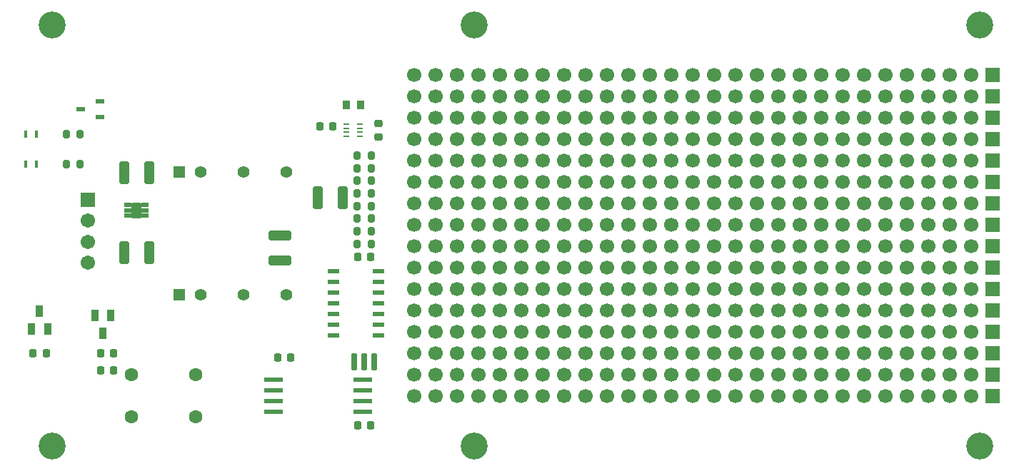
<source format=gts>
%TF.GenerationSoftware,KiCad,Pcbnew,9.0.4*%
%TF.CreationDate,2025-09-18T02:49:40+09:00*%
%TF.ProjectId,CAN_Isolation,43414e5f-4973-46f6-9c61-74696f6e2e6b,Ver.1.0*%
%TF.SameCoordinates,Original*%
%TF.FileFunction,Soldermask,Top*%
%TF.FilePolarity,Negative*%
%FSLAX46Y46*%
G04 Gerber Fmt 4.6, Leading zero omitted, Abs format (unit mm)*
G04 Created by KiCad (PCBNEW 9.0.4) date 2025-09-18 02:49:40*
%MOMM*%
%LPD*%
G01*
G04 APERTURE LIST*
G04 Aperture macros list*
%AMRoundRect*
0 Rectangle with rounded corners*
0 $1 Rounding radius*
0 $2 $3 $4 $5 $6 $7 $8 $9 X,Y pos of 4 corners*
0 Add a 4 corners polygon primitive as box body*
4,1,4,$2,$3,$4,$5,$6,$7,$8,$9,$2,$3,0*
0 Add four circle primitives for the rounded corners*
1,1,$1+$1,$2,$3*
1,1,$1+$1,$4,$5*
1,1,$1+$1,$6,$7*
1,1,$1+$1,$8,$9*
0 Add four rect primitives between the rounded corners*
20,1,$1+$1,$2,$3,$4,$5,0*
20,1,$1+$1,$4,$5,$6,$7,0*
20,1,$1+$1,$6,$7,$8,$9,0*
20,1,$1+$1,$8,$9,$2,$3,0*%
G04 Aperture macros list end*
%ADD10RoundRect,0.225000X-0.225000X-0.250000X0.225000X-0.250000X0.225000X0.250000X-0.225000X0.250000X0*%
%ADD11RoundRect,0.200000X-0.200000X-0.275000X0.200000X-0.275000X0.200000X0.275000X-0.200000X0.275000X0*%
%ADD12C,3.200000*%
%ADD13R,2.253927X0.622132*%
%ADD14R,1.700000X1.700000*%
%ADD15C,1.700000*%
%ADD16RoundRect,0.102000X-0.754000X0.754000X-0.754000X-0.754000X0.754000X-0.754000X0.754000X0.754000X0*%
%ADD17C,1.712000*%
%ADD18RoundRect,0.102000X0.345000X0.160000X-0.345000X0.160000X-0.345000X-0.160000X0.345000X-0.160000X0*%
%ADD19RoundRect,0.102000X0.500000X0.800000X-0.500000X0.800000X-0.500000X-0.800000X0.500000X-0.800000X0*%
%ADD20RoundRect,0.250000X-0.325000X-1.100000X0.325000X-1.100000X0.325000X1.100000X-0.325000X1.100000X0*%
%ADD21C,1.600000*%
%ADD22R,1.016000X0.558800*%
%ADD23R,0.863600X0.990600*%
%ADD24RoundRect,0.100500X0.301500X-0.616500X0.301500X0.616500X-0.301500X0.616500X-0.301500X-0.616500X0*%
%ADD25R,0.393700X0.812800*%
%ADD26RoundRect,0.225000X-0.250000X0.225000X-0.250000X-0.225000X0.250000X-0.225000X0.250000X0.225000X0*%
%ADD27R,1.397000X1.397000*%
%ADD28C,1.397000*%
%ADD29R,1.397000X0.558800*%
%ADD30R,0.711200X0.228600*%
%ADD31RoundRect,0.225000X0.225000X0.250000X-0.225000X0.250000X-0.225000X-0.250000X0.225000X-0.250000X0*%
%ADD32RoundRect,0.250000X0.325000X1.100000X-0.325000X1.100000X-0.325000X-1.100000X0.325000X-1.100000X0*%
%ADD33RoundRect,0.102000X0.200000X0.950000X-0.200000X0.950000X-0.200000X-0.950000X0.200000X-0.950000X0*%
%ADD34RoundRect,0.250000X-1.100000X0.325000X-1.100000X-0.325000X1.100000X-0.325000X1.100000X0.325000X0*%
%ADD35RoundRect,0.100500X-0.301500X0.616500X-0.301500X-0.616500X0.301500X-0.616500X0.301500X0.616500X0*%
G04 APERTURE END LIST*
D10*
%TO.C,C7*%
X129882095Y-100294905D03*
X131432095Y-100294905D03*
%TD*%
D11*
%TO.C,R9*%
X95332095Y-89294905D03*
X96982095Y-89294905D03*
%TD*%
D12*
%TO.C,REF\u002A\u002A*%
X143657095Y-72794905D03*
%TD*%
D13*
%TO.C,U2*%
X130457618Y-118699905D03*
X130457618Y-117429905D03*
X130457618Y-116159905D03*
X130457618Y-114889905D03*
X119856572Y-114889905D03*
X119856572Y-116159905D03*
X119856572Y-117429905D03*
X119856572Y-118699905D03*
%TD*%
D14*
%TO.C,J6*%
X205157095Y-88934905D03*
D15*
X202617095Y-88934905D03*
X200077095Y-88934905D03*
X197537095Y-88934905D03*
X194997095Y-88934905D03*
X192457095Y-88934905D03*
X189917095Y-88934905D03*
X187377095Y-88934905D03*
X184837095Y-88934905D03*
X182297095Y-88934905D03*
X179757095Y-88934905D03*
X177217095Y-88934905D03*
X174677095Y-88934905D03*
X172137095Y-88934905D03*
X169597095Y-88934905D03*
X167057095Y-88934905D03*
X164517095Y-88934905D03*
X161977095Y-88934905D03*
X159437095Y-88934905D03*
X156897095Y-88934905D03*
X154357095Y-88934905D03*
X151817095Y-88934905D03*
X149277095Y-88934905D03*
X146737095Y-88934905D03*
X144197095Y-88934905D03*
X141657095Y-88934905D03*
X139117095Y-88934905D03*
X136577095Y-88934905D03*
%TD*%
D12*
%TO.C,REF\u002A\u002A*%
X93657095Y-122794905D03*
%TD*%
D14*
%TO.C,J3*%
X205157095Y-81314905D03*
D15*
X202617095Y-81314905D03*
X200077095Y-81314905D03*
X197537095Y-81314905D03*
X194997095Y-81314905D03*
X192457095Y-81314905D03*
X189917095Y-81314905D03*
X187377095Y-81314905D03*
X184837095Y-81314905D03*
X182297095Y-81314905D03*
X179757095Y-81314905D03*
X177217095Y-81314905D03*
X174677095Y-81314905D03*
X172137095Y-81314905D03*
X169597095Y-81314905D03*
X167057095Y-81314905D03*
X164517095Y-81314905D03*
X161977095Y-81314905D03*
X159437095Y-81314905D03*
X156897095Y-81314905D03*
X154357095Y-81314905D03*
X151817095Y-81314905D03*
X149277095Y-81314905D03*
X146737095Y-81314905D03*
X144197095Y-81314905D03*
X141657095Y-81314905D03*
X139117095Y-81314905D03*
X136577095Y-81314905D03*
%TD*%
D16*
%TO.C,J1*%
X97857095Y-93544905D03*
D17*
X97857095Y-96044905D03*
X97857095Y-98544905D03*
X97857095Y-101044905D03*
%TD*%
D10*
%TO.C,C10*%
X91382095Y-111794905D03*
X92932095Y-111794905D03*
%TD*%
D14*
%TO.C,J8*%
X205157095Y-94014905D03*
D15*
X202617095Y-94014905D03*
X200077095Y-94014905D03*
X197537095Y-94014905D03*
X194997095Y-94014905D03*
X192457095Y-94014905D03*
X189917095Y-94014905D03*
X187377095Y-94014905D03*
X184837095Y-94014905D03*
X182297095Y-94014905D03*
X179757095Y-94014905D03*
X177217095Y-94014905D03*
X174677095Y-94014905D03*
X172137095Y-94014905D03*
X169597095Y-94014905D03*
X167057095Y-94014905D03*
X164517095Y-94014905D03*
X161977095Y-94014905D03*
X159437095Y-94014905D03*
X156897095Y-94014905D03*
X154357095Y-94014905D03*
X151817095Y-94014905D03*
X149277095Y-94014905D03*
X146737095Y-94014905D03*
X144197095Y-94014905D03*
X141657095Y-94014905D03*
X139117095Y-94014905D03*
X136577095Y-94014905D03*
%TD*%
D12*
%TO.C,REF\u002A\u002A*%
X203657095Y-122794905D03*
%TD*%
D14*
%TO.C,J11*%
X205157095Y-101634905D03*
D15*
X202617095Y-101634905D03*
X200077095Y-101634905D03*
X197537095Y-101634905D03*
X194997095Y-101634905D03*
X192457095Y-101634905D03*
X189917095Y-101634905D03*
X187377095Y-101634905D03*
X184837095Y-101634905D03*
X182297095Y-101634905D03*
X179757095Y-101634905D03*
X177217095Y-101634905D03*
X174677095Y-101634905D03*
X172137095Y-101634905D03*
X169597095Y-101634905D03*
X167057095Y-101634905D03*
X164517095Y-101634905D03*
X161977095Y-101634905D03*
X159437095Y-101634905D03*
X156897095Y-101634905D03*
X154357095Y-101634905D03*
X151817095Y-101634905D03*
X149277095Y-101634905D03*
X146737095Y-101634905D03*
X144197095Y-101634905D03*
X141657095Y-101634905D03*
X139117095Y-101634905D03*
X136577095Y-101634905D03*
%TD*%
D14*
%TO.C,J17*%
X205157095Y-116874905D03*
D15*
X202617095Y-116874905D03*
X200077095Y-116874905D03*
X197537095Y-116874905D03*
X194997095Y-116874905D03*
X192457095Y-116874905D03*
X189917095Y-116874905D03*
X187377095Y-116874905D03*
X184837095Y-116874905D03*
X182297095Y-116874905D03*
X179757095Y-116874905D03*
X177217095Y-116874905D03*
X174677095Y-116874905D03*
X172137095Y-116874905D03*
X169597095Y-116874905D03*
X167057095Y-116874905D03*
X164517095Y-116874905D03*
X161977095Y-116874905D03*
X159437095Y-116874905D03*
X156897095Y-116874905D03*
X154357095Y-116874905D03*
X151817095Y-116874905D03*
X149277095Y-116874905D03*
X146737095Y-116874905D03*
X144197095Y-116874905D03*
X141657095Y-116874905D03*
X139117095Y-116874905D03*
X136577095Y-116874905D03*
%TD*%
D18*
%TO.C,U5*%
X104677095Y-95444905D03*
X104677095Y-94794905D03*
X104677095Y-94144905D03*
X102637095Y-94144905D03*
X102637095Y-94794905D03*
X102637095Y-95444905D03*
D19*
X103657095Y-94794905D03*
%TD*%
D14*
%TO.C,J15*%
X205157095Y-111794905D03*
D15*
X202617095Y-111794905D03*
X200077095Y-111794905D03*
X197537095Y-111794905D03*
X194997095Y-111794905D03*
X192457095Y-111794905D03*
X189917095Y-111794905D03*
X187377095Y-111794905D03*
X184837095Y-111794905D03*
X182297095Y-111794905D03*
X179757095Y-111794905D03*
X177217095Y-111794905D03*
X174677095Y-111794905D03*
X172137095Y-111794905D03*
X169597095Y-111794905D03*
X167057095Y-111794905D03*
X164517095Y-111794905D03*
X161977095Y-111794905D03*
X159437095Y-111794905D03*
X156897095Y-111794905D03*
X154357095Y-111794905D03*
X151817095Y-111794905D03*
X149277095Y-111794905D03*
X146737095Y-111794905D03*
X144197095Y-111794905D03*
X141657095Y-111794905D03*
X139117095Y-111794905D03*
X136577095Y-111794905D03*
%TD*%
D14*
%TO.C,J13*%
X205157095Y-106714905D03*
D15*
X202617095Y-106714905D03*
X200077095Y-106714905D03*
X197537095Y-106714905D03*
X194997095Y-106714905D03*
X192457095Y-106714905D03*
X189917095Y-106714905D03*
X187377095Y-106714905D03*
X184837095Y-106714905D03*
X182297095Y-106714905D03*
X179757095Y-106714905D03*
X177217095Y-106714905D03*
X174677095Y-106714905D03*
X172137095Y-106714905D03*
X169597095Y-106714905D03*
X167057095Y-106714905D03*
X164517095Y-106714905D03*
X161977095Y-106714905D03*
X159437095Y-106714905D03*
X156897095Y-106714905D03*
X154357095Y-106714905D03*
X151817095Y-106714905D03*
X149277095Y-106714905D03*
X146737095Y-106714905D03*
X144197095Y-106714905D03*
X141657095Y-106714905D03*
X139117095Y-106714905D03*
X136577095Y-106714905D03*
%TD*%
D20*
%TO.C,C2*%
X102182095Y-99794905D03*
X105132095Y-99794905D03*
%TD*%
D21*
%TO.C,R12*%
X103037095Y-114294905D03*
X110657095Y-114294905D03*
%TD*%
D10*
%TO.C,C5*%
X129882095Y-120294905D03*
X131432095Y-120294905D03*
%TD*%
D22*
%TO.C,U6*%
X99300095Y-83744906D03*
X99300095Y-81844904D03*
X97014095Y-82794905D03*
%TD*%
D14*
%TO.C,J16*%
X205157095Y-114334905D03*
D15*
X202617095Y-114334905D03*
X200077095Y-114334905D03*
X197537095Y-114334905D03*
X194997095Y-114334905D03*
X192457095Y-114334905D03*
X189917095Y-114334905D03*
X187377095Y-114334905D03*
X184837095Y-114334905D03*
X182297095Y-114334905D03*
X179757095Y-114334905D03*
X177217095Y-114334905D03*
X174677095Y-114334905D03*
X172137095Y-114334905D03*
X169597095Y-114334905D03*
X167057095Y-114334905D03*
X164517095Y-114334905D03*
X161977095Y-114334905D03*
X159437095Y-114334905D03*
X156897095Y-114334905D03*
X154357095Y-114334905D03*
X151817095Y-114334905D03*
X149277095Y-114334905D03*
X146737095Y-114334905D03*
X144197095Y-114334905D03*
X141657095Y-114334905D03*
X139117095Y-114334905D03*
X136577095Y-114334905D03*
%TD*%
D14*
%TO.C,J7*%
X205157095Y-91474905D03*
D15*
X202617095Y-91474905D03*
X200077095Y-91474905D03*
X197537095Y-91474905D03*
X194997095Y-91474905D03*
X192457095Y-91474905D03*
X189917095Y-91474905D03*
X187377095Y-91474905D03*
X184837095Y-91474905D03*
X182297095Y-91474905D03*
X179757095Y-91474905D03*
X177217095Y-91474905D03*
X174677095Y-91474905D03*
X172137095Y-91474905D03*
X169597095Y-91474905D03*
X167057095Y-91474905D03*
X164517095Y-91474905D03*
X161977095Y-91474905D03*
X159437095Y-91474905D03*
X156897095Y-91474905D03*
X154357095Y-91474905D03*
X151817095Y-91474905D03*
X149277095Y-91474905D03*
X146737095Y-91474905D03*
X144197095Y-91474905D03*
X141657095Y-91474905D03*
X139117095Y-91474905D03*
X136577095Y-91474905D03*
%TD*%
D23*
%TO.C,L1*%
X128532394Y-82294905D03*
X130183394Y-82294905D03*
%TD*%
D10*
%TO.C,C11*%
X99382095Y-111794905D03*
X100932095Y-111794905D03*
%TD*%
D24*
%TO.C,D1*%
X91207095Y-108854905D03*
X93107095Y-108854905D03*
X92157095Y-106734905D03*
%TD*%
D25*
%TO.C,LED2*%
X91760345Y-85794905D03*
X90553845Y-85794905D03*
%TD*%
D14*
%TO.C,J10*%
X205157095Y-99094905D03*
D15*
X202617095Y-99094905D03*
X200077095Y-99094905D03*
X197537095Y-99094905D03*
X194997095Y-99094905D03*
X192457095Y-99094905D03*
X189917095Y-99094905D03*
X187377095Y-99094905D03*
X184837095Y-99094905D03*
X182297095Y-99094905D03*
X179757095Y-99094905D03*
X177217095Y-99094905D03*
X174677095Y-99094905D03*
X172137095Y-99094905D03*
X169597095Y-99094905D03*
X167057095Y-99094905D03*
X164517095Y-99094905D03*
X161977095Y-99094905D03*
X159437095Y-99094905D03*
X156897095Y-99094905D03*
X154357095Y-99094905D03*
X151817095Y-99094905D03*
X149277095Y-99094905D03*
X146737095Y-99094905D03*
X144197095Y-99094905D03*
X141657095Y-99094905D03*
X139117095Y-99094905D03*
X136577095Y-99094905D03*
%TD*%
D12*
%TO.C,REF\u002A\u002A*%
X143657095Y-122794905D03*
%TD*%
%TO.C,REF\u002A\u002A*%
X203657095Y-72794905D03*
%TD*%
D26*
%TO.C,C8*%
X132357894Y-84519905D03*
X132357894Y-86069905D03*
%TD*%
D27*
%TO.C,U3*%
X108680095Y-90270905D03*
D28*
X111220095Y-90270905D03*
X116300095Y-90270905D03*
X121380095Y-90270905D03*
%TD*%
D27*
%TO.C,U4*%
X108680095Y-104770905D03*
D28*
X111220095Y-104770905D03*
X116300095Y-104770905D03*
X121380095Y-104770905D03*
%TD*%
D14*
%TO.C,J9*%
X205157095Y-96554905D03*
D15*
X202617095Y-96554905D03*
X200077095Y-96554905D03*
X197537095Y-96554905D03*
X194997095Y-96554905D03*
X192457095Y-96554905D03*
X189917095Y-96554905D03*
X187377095Y-96554905D03*
X184837095Y-96554905D03*
X182297095Y-96554905D03*
X179757095Y-96554905D03*
X177217095Y-96554905D03*
X174677095Y-96554905D03*
X172137095Y-96554905D03*
X169597095Y-96554905D03*
X167057095Y-96554905D03*
X164517095Y-96554905D03*
X161977095Y-96554905D03*
X159437095Y-96554905D03*
X156897095Y-96554905D03*
X154357095Y-96554905D03*
X151817095Y-96554905D03*
X149277095Y-96554905D03*
X146737095Y-96554905D03*
X144197095Y-96554905D03*
X141657095Y-96554905D03*
X139117095Y-96554905D03*
X136577095Y-96554905D03*
%TD*%
D11*
%TO.C,R5*%
X129832095Y-92794905D03*
X131482095Y-92794905D03*
%TD*%
%TO.C,R3*%
X129832095Y-95794905D03*
X131482095Y-95794905D03*
%TD*%
D29*
%TO.C,U1*%
X127002795Y-101984905D03*
X127002795Y-103254905D03*
X127002795Y-104524905D03*
X127002795Y-105794905D03*
X127002795Y-107064905D03*
X127002795Y-108334905D03*
X127002795Y-109604905D03*
X132311395Y-109604905D03*
X132311395Y-108334905D03*
X132311395Y-107064905D03*
X132311395Y-105794905D03*
X132311395Y-104524905D03*
X132311395Y-103254905D03*
X132311395Y-101984905D03*
%TD*%
D25*
%TO.C,LED1*%
X91760345Y-89294905D03*
X90553845Y-89294905D03*
%TD*%
D30*
%TO.C,U7*%
X128558693Y-84544904D03*
X128558693Y-85044905D03*
X128558693Y-85544905D03*
X128558693Y-86044906D03*
X130157095Y-86044906D03*
X130157095Y-85544905D03*
X130157095Y-85044905D03*
X130157095Y-84544904D03*
%TD*%
D11*
%TO.C,R2*%
X129832095Y-97294905D03*
X131482095Y-97294905D03*
%TD*%
D20*
%TO.C,C1*%
X102182095Y-90294905D03*
X105132095Y-90294905D03*
%TD*%
D31*
%TO.C,C6*%
X121932095Y-112294905D03*
X120382095Y-112294905D03*
%TD*%
%TO.C,C12*%
X100932095Y-113794905D03*
X99382095Y-113794905D03*
%TD*%
D21*
%TO.C,R11*%
X110657095Y-119294905D03*
X103037095Y-119294905D03*
%TD*%
D32*
%TO.C,C3*%
X128132095Y-93294905D03*
X125182095Y-93294905D03*
%TD*%
D12*
%TO.C,REF\u002A\u002A*%
X93657095Y-72794905D03*
%TD*%
D14*
%TO.C,J2*%
X205157095Y-78774905D03*
D15*
X202617095Y-78774905D03*
X200077095Y-78774905D03*
X197537095Y-78774905D03*
X194997095Y-78774905D03*
X192457095Y-78774905D03*
X189917095Y-78774905D03*
X187377095Y-78774905D03*
X184837095Y-78774905D03*
X182297095Y-78774905D03*
X179757095Y-78774905D03*
X177217095Y-78774905D03*
X174677095Y-78774905D03*
X172137095Y-78774905D03*
X169597095Y-78774905D03*
X167057095Y-78774905D03*
X164517095Y-78774905D03*
X161977095Y-78774905D03*
X159437095Y-78774905D03*
X156897095Y-78774905D03*
X154357095Y-78774905D03*
X151817095Y-78774905D03*
X149277095Y-78774905D03*
X146737095Y-78774905D03*
X144197095Y-78774905D03*
X141657095Y-78774905D03*
X139117095Y-78774905D03*
X136577095Y-78774905D03*
%TD*%
D14*
%TO.C,J5*%
X205157095Y-86394905D03*
D15*
X202617095Y-86394905D03*
X200077095Y-86394905D03*
X197537095Y-86394905D03*
X194997095Y-86394905D03*
X192457095Y-86394905D03*
X189917095Y-86394905D03*
X187377095Y-86394905D03*
X184837095Y-86394905D03*
X182297095Y-86394905D03*
X179757095Y-86394905D03*
X177217095Y-86394905D03*
X174677095Y-86394905D03*
X172137095Y-86394905D03*
X169597095Y-86394905D03*
X167057095Y-86394905D03*
X164517095Y-86394905D03*
X161977095Y-86394905D03*
X159437095Y-86394905D03*
X156897095Y-86394905D03*
X154357095Y-86394905D03*
X151817095Y-86394905D03*
X149277095Y-86394905D03*
X146737095Y-86394905D03*
X144197095Y-86394905D03*
X141657095Y-86394905D03*
X139117095Y-86394905D03*
X136577095Y-86394905D03*
%TD*%
D33*
%TO.C,Y1*%
X131857095Y-112794905D03*
X130657095Y-112794905D03*
X129457095Y-112794905D03*
%TD*%
D34*
%TO.C,C4*%
X120657095Y-97819905D03*
X120657095Y-100769905D03*
%TD*%
D31*
%TO.C,C9*%
X126932095Y-84794905D03*
X125382095Y-84794905D03*
%TD*%
D35*
%TO.C,D2*%
X100607095Y-107234905D03*
X98707095Y-107234905D03*
X99657095Y-109354905D03*
%TD*%
D14*
%TO.C,J14*%
X205157095Y-109254905D03*
D15*
X202617095Y-109254905D03*
X200077095Y-109254905D03*
X197537095Y-109254905D03*
X194997095Y-109254905D03*
X192457095Y-109254905D03*
X189917095Y-109254905D03*
X187377095Y-109254905D03*
X184837095Y-109254905D03*
X182297095Y-109254905D03*
X179757095Y-109254905D03*
X177217095Y-109254905D03*
X174677095Y-109254905D03*
X172137095Y-109254905D03*
X169597095Y-109254905D03*
X167057095Y-109254905D03*
X164517095Y-109254905D03*
X161977095Y-109254905D03*
X159437095Y-109254905D03*
X156897095Y-109254905D03*
X154357095Y-109254905D03*
X151817095Y-109254905D03*
X149277095Y-109254905D03*
X146737095Y-109254905D03*
X144197095Y-109254905D03*
X141657095Y-109254905D03*
X139117095Y-109254905D03*
X136577095Y-109254905D03*
%TD*%
D14*
%TO.C,J4*%
X205157095Y-83854905D03*
D15*
X202617095Y-83854905D03*
X200077095Y-83854905D03*
X197537095Y-83854905D03*
X194997095Y-83854905D03*
X192457095Y-83854905D03*
X189917095Y-83854905D03*
X187377095Y-83854905D03*
X184837095Y-83854905D03*
X182297095Y-83854905D03*
X179757095Y-83854905D03*
X177217095Y-83854905D03*
X174677095Y-83854905D03*
X172137095Y-83854905D03*
X169597095Y-83854905D03*
X167057095Y-83854905D03*
X164517095Y-83854905D03*
X161977095Y-83854905D03*
X159437095Y-83854905D03*
X156897095Y-83854905D03*
X154357095Y-83854905D03*
X151817095Y-83854905D03*
X149277095Y-83854905D03*
X146737095Y-83854905D03*
X144197095Y-83854905D03*
X141657095Y-83854905D03*
X139117095Y-83854905D03*
X136577095Y-83854905D03*
%TD*%
D14*
%TO.C,J12*%
X205157095Y-104174905D03*
D15*
X202617095Y-104174905D03*
X200077095Y-104174905D03*
X197537095Y-104174905D03*
X194997095Y-104174905D03*
X192457095Y-104174905D03*
X189917095Y-104174905D03*
X187377095Y-104174905D03*
X184837095Y-104174905D03*
X182297095Y-104174905D03*
X179757095Y-104174905D03*
X177217095Y-104174905D03*
X174677095Y-104174905D03*
X172137095Y-104174905D03*
X169597095Y-104174905D03*
X167057095Y-104174905D03*
X164517095Y-104174905D03*
X161977095Y-104174905D03*
X159437095Y-104174905D03*
X156897095Y-104174905D03*
X154357095Y-104174905D03*
X151817095Y-104174905D03*
X149277095Y-104174905D03*
X146737095Y-104174905D03*
X144197095Y-104174905D03*
X141657095Y-104174905D03*
X139117095Y-104174905D03*
X136577095Y-104174905D03*
%TD*%
D11*
%TO.C,R10*%
X95332095Y-85794905D03*
X96982095Y-85794905D03*
%TD*%
%TO.C,R6*%
X129832095Y-91294905D03*
X131482095Y-91294905D03*
%TD*%
%TO.C,R1*%
X129832095Y-98794905D03*
X131482095Y-98794905D03*
%TD*%
%TO.C,R7*%
X129832095Y-88294905D03*
X131482095Y-88294905D03*
%TD*%
%TO.C,R8*%
X129832095Y-89794905D03*
X131482095Y-89794905D03*
%TD*%
%TO.C,R4*%
X129832095Y-94294905D03*
X131482095Y-94294905D03*
%TD*%
M02*

</source>
